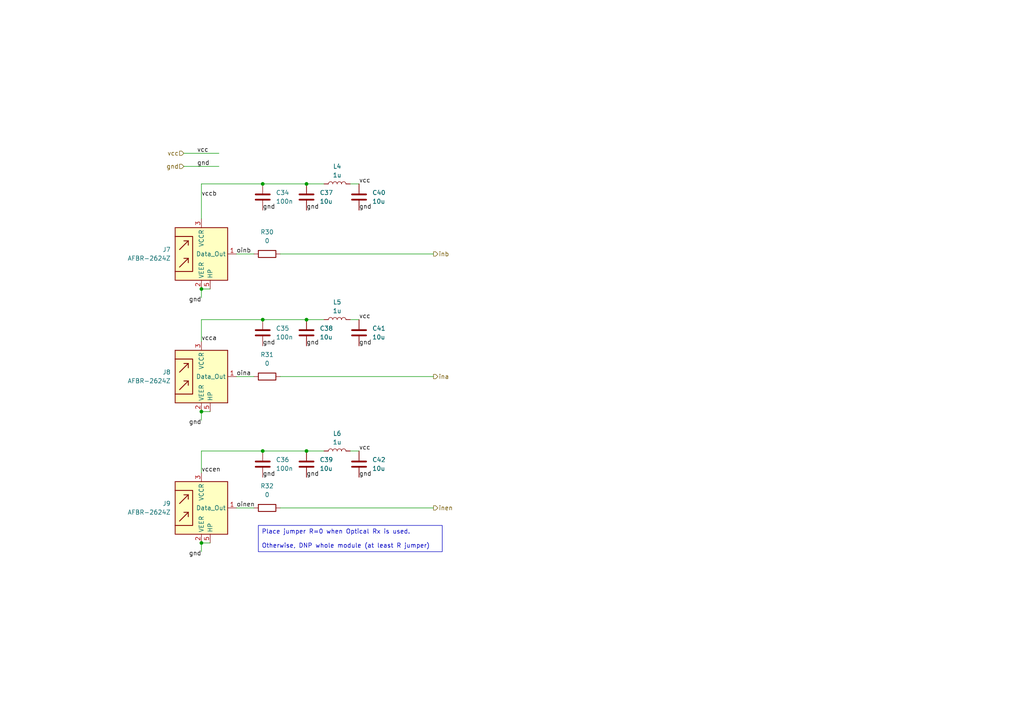
<source format=kicad_sch>
(kicad_sch (version 20231120) (generator "eeschema") (generator_version "8.0")
  (paper "A4")
  (title_block (title "Optical reciver x3") (rev "1") (company "Dr.-Ing. Alan H. Wilson Veas") (comment 1 "AHWV"))
  (lib_symbols
    (symbol "HalfBridge_SiC:AFBR-2624Z"
      (property "Reference" "J" (at -6.35 8.89 0))
      (property "Value" "AFBR-2624Z" (at 1.27 8.89 0))
      (symbol "AFBR-2624Z_0_1"
        (rectangle (start -7.62 7.62) (end 7.62 -7.62) (stroke (width 0.254)) (fill (type background)))
        (polyline (pts (xy -3.81 -1.27) (xy -6.35 -3.81)) (stroke (width 0.254)))
        (polyline (pts (xy -3.81 -1.27) (xy -5.08 -1.27)) (stroke (width 0.254)))
        (polyline (pts (xy -3.81 -1.27) (xy -3.81 -2.54)) (stroke (width 0.254)))
        (polyline (pts (xy -3.81 3.81) (xy -6.35 1.27)) (stroke (width 0.254)))
        (polyline (pts (xy -3.81 3.81) (xy -5.08 3.81)) (stroke (width 0.254)))
        (polyline (pts (xy -3.81 3.81) (xy -3.81 2.54)) (stroke (width 0.254)))
        (polyline (pts (xy -7.62 5.08) (xy -2.54 5.08) (xy -2.54 -5.08) (xy -7.62 -5.08)) (stroke (width 0.254)))
      )
      (symbol "AFBR-2624Z_1_1"
        (pin output line (at 10.16 0 180) (length 2.54) (name "Data_Out") (number "1"))
        (pin power_in line (at 0 -10.16 90) (length 2.54) (name "VEER") (number "2"))
        (pin power_in line (at 0 10.16 270) (length 2.54) (name "VCCR") (number "3"))
        (pin no_connect line (at 7.62 5.08 180) (length 2.54) hide (name "NC") (number "4"))
        (pin passive line (at 2.54 -10.16 90) (length 2.54) (name "HP") (number "5"))
        (pin passive line (at 2.54 -10.16 90) (length 2.54) hide (name "HP") (number "8"))
      )
    )
    (symbol "HalfBridge_SiC:C" (pin_numbers hide) (pin_names (offset 0.254))
      (property "Reference" "C" (at 0.635 2.54 0))
      (property "Value" "C" (at 0.635 -2.54 0))
      (symbol "C_0_1"
        (polyline (pts (xy -2.032 -0.762) (xy 2.032 -0.762)) (stroke (width 0.508)))
        (polyline (pts (xy -2.032 0.762) (xy 2.032 0.762)) (stroke (width 0.508)))
      )
      (symbol "C_1_1"
        (pin passive line (at 0 3.81 270) (length 2.794) (name "~") (number "1"))
        (pin passive line (at 0 -3.81 90) (length 2.794) (name "~") (number "2"))
      )
    )
    (symbol "HalfBridge_SiC:L" (pin_numbers hide) (pin_names (offset 1.016) hide)
      (property "Reference" "L" (at -1.27 0 90))
      (property "Value" "L" (at 1.905 0 90))
      (symbol "L_0_1"
        (arc (start 0 -2.54) (mid 0.6323 -1.905) (end 0 -1.27))
        (arc (start 0 -1.27) (mid 0.6323 -0.635) (end 0 0))
        (arc (start 0 0) (mid 0.6323 0.635) (end 0 1.27))
        (arc (start 0 1.27) (mid 0.6323 1.905) (end 0 2.54))
      )
      (symbol "L_1_1"
        (pin passive line (at 0 3.81 270) (length 1.27) (name "1") (number "1"))
        (pin passive line (at 0 -3.81 90) (length 1.27) (name "2") (number "2"))
      )
    )
    (symbol "HalfBridge_SiC:R" (pin_numbers hide) (pin_names (offset 0))
      (property "Reference" "R" (at 2.032 0 90))
      (property "Value" "R" (at 0 0 90))
      (symbol "R_0_1"
        (rectangle (start -1.016 -2.54) (end 1.016 2.54) (stroke (width 0.254)))
      )
      (symbol "R_1_1"
        (pin passive line (at 0 3.81 270) (length 1.27) (name "~") (number "1"))
        (pin passive line (at 0 -3.81 90) (length 1.27) (name "~") (number "2"))
      )
    )
  )
  (junction (at 76.2 130.81))
  (junction (at 76.2 53.34))
  (junction (at 88.9 53.34))
  (junction (at 58.42 157.48))
  (junction (at 76.2 92.71))
  (junction (at 88.9 130.81))
  (junction (at 88.9 92.71))
  (junction (at 58.42 119.38))
  (junction (at 58.42 83.82))
  (wire (pts (xy 101.6 53.34) (xy 104.14 53.34)))
  (wire (pts (xy 58.42 99.06) (xy 58.42 92.71)))
  (wire (pts (xy 68.58 109.22) (xy 73.66 109.22)))
  (wire (pts (xy 58.42 83.82) (xy 60.96 83.82)))
  (wire (pts (xy 76.2 130.81) (xy 88.9 130.81)))
  (wire (pts (xy 58.42 83.82) (xy 58.42 86.36)))
  (wire (pts (xy 53.34 48.26) (xy 63.5 48.26)))
  (wire (pts (xy 101.6 92.71) (xy 104.14 92.71)))
  (wire (pts (xy 68.58 73.66) (xy 73.66 73.66)))
  (wire (pts (xy 88.9 130.81) (xy 93.98 130.81)))
  (wire (pts (xy 58.42 157.48) (xy 58.42 160.02)))
  (wire (pts (xy 68.58 147.32) (xy 73.66 147.32)))
  (wire (pts (xy 58.42 130.81) (xy 76.2 130.81)))
  (wire (pts (xy 58.42 157.48) (xy 60.96 157.48)))
  (wire (pts (xy 81.28 73.66) (xy 125.73 73.66)))
  (wire (pts (xy 81.28 147.32) (xy 125.73 147.32)))
  (wire (pts (xy 76.2 53.34) (xy 88.9 53.34)))
  (wire (pts (xy 58.42 137.16) (xy 58.42 130.81)))
  (wire (pts (xy 101.6 130.81) (xy 104.14 130.81)))
  (wire (pts (xy 81.28 109.22) (xy 125.73 109.22)))
  (wire (pts (xy 58.42 119.38) (xy 58.42 121.92)))
  (wire (pts (xy 53.34 44.45) (xy 63.5 44.45)))
  (wire (pts (xy 58.42 119.38) (xy 60.96 119.38)))
  (wire (pts (xy 58.42 92.71) (xy 76.2 92.71)))
  (wire (pts (xy 58.42 53.34) (xy 58.42 63.5)))
  (wire (pts (xy 88.9 53.34) (xy 93.98 53.34)))
  (wire (pts (xy 76.2 92.71) (xy 88.9 92.71)))
  (wire (pts (xy 88.9 92.71) (xy 93.98 92.71)))
  (wire (pts (xy 58.42 53.34) (xy 76.2 53.34)))
  (text_box "Place jumper R=0 when Optical Rx is used.\n\nOtherwise, DNP whole module (at least R jumper)" (at 74.93 152.4 0) (size 53.34 7.62) (effects (font (size 1.27 1.27)) (justify left top)))
  (label "gnd" (at 57.15 48.26 0))
  (label "gnd" (at 58.42 86.36 180))
  (label "oina" (at 68.58 109.22 0))
  (label "vccen" (at 58.42 137.16 0))
  (label "gnd" (at 58.42 160.02 180))
  (label "gnd" (at 76.2 60.96 0))
  (label "vcc" (at 104.14 130.81 0))
  (label "gnd" (at 104.14 100.33 0))
  (label "gnd" (at 104.14 138.43 0))
  (label "gnd" (at 76.2 138.43 0))
  (label "gnd" (at 58.42 121.92 180))
  (label "oinen" (at 68.58 147.32 0))
  (label "gnd" (at 104.14 60.96 0))
  (label "vcc" (at 104.14 53.34 0))
  (label "gnd" (at 88.9 100.33 0))
  (label "gnd" (at 88.9 138.43 0))
  (label "oinb" (at 68.58 73.66 0))
  (label "gnd" (at 88.9 60.96 0))
  (label "vccb" (at 58.42 57.15 0))
  (label "vcc" (at 57.15 44.45 0))
  (label "vcc" (at 104.14 92.71 0))
  (label "vcca" (at 58.42 99.06 0))
  (label "gnd" (at 76.2 100.33 0))
  (hierarchical_label "gnd" (shape input) (at 53.34 48.26 180))
  (hierarchical_label "inb" (shape output) (at 125.73 73.66 0))
  (hierarchical_label "inen" (shape output) (at 125.73 147.32 0))
  (hierarchical_label "ina" (shape output) (at 125.73 109.22 0))
  (hierarchical_label "vcc" (shape input) (at 53.34 44.45 180))
  (symbol (lib_id "HalfBridge_SiC:C") (at 88.9 96.52 0) (unit 1)
    (property "Reference" "C38" (at 92.71 95.2499 0) (effects (justify left)))
    (property "Value" "10u" (at 92.71 97.7899 0) (effects (justify left)))
    (property "Footprint" "Capacitor_SMD:C_0805_2012Metric_Pad1.18x1.45mm_HandSolder" (effects (hide yes)))
    (property "Description" "Unpolarized capacitor" (effects (hide yes)))
    (property "Part #" "GRM21BR61H106KE43L" (effects (hide yes)))
  )
  (symbol (lib_id "HalfBridge_SiC:L") (at 97.79 53.34 90) (unit 1)
    (property "Reference" "L4" (at 97.79 48.26 90))
    (property "Value" "1u" (at 97.79 50.8 90))
    (property "Footprint" "Inductor_SMD:L_0603_1608Metric_Pad1.05x0.95mm_HandSolder" (effects (hide yes)))
    (property "Description" "Inductor" (effects (hide yes)))
  )
  (symbol (lib_id "HalfBridge_SiC:C") (at 104.14 57.15 0) (unit 1)
    (property "Reference" "C40" (at 107.95 55.8799 0) (effects (justify left)))
    (property "Value" "10u" (at 107.95 58.4199 0) (effects (justify left)))
    (property "Footprint" "Capacitor_SMD:C_0805_2012Metric_Pad1.18x1.45mm_HandSolder" (effects (hide yes)))
    (property "Description" "Unpolarized capacitor" (effects (hide yes)))
    (property "Part #" "GRM21BR61H106KE43L" (effects (hide yes)))
  )
  (symbol (lib_id "HalfBridge_SiC:C") (at 104.14 134.62 0) (unit 1)
    (property "Reference" "C42" (at 107.95 133.3499 0) (effects (justify left)))
    (property "Value" "10u" (at 107.95 135.8899 0) (effects (justify left)))
    (property "Footprint" "Capacitor_SMD:C_0805_2012Metric_Pad1.18x1.45mm_HandSolder" (effects (hide yes)))
    (property "Description" "Unpolarized capacitor" (effects (hide yes)))
    (property "Part #" "GRM21BR61H106KE43L" (effects (hide yes)))
  )
  (symbol (lib_id "HalfBridge_SiC:C") (at 88.9 57.15 0) (unit 1)
    (property "Reference" "C37" (at 92.71 55.8799 0) (effects (justify left)))
    (property "Value" "10u" (at 92.71 58.4199 0) (effects (justify left)))
    (property "Footprint" "Capacitor_SMD:C_0805_2012Metric_Pad1.18x1.45mm_HandSolder" (effects (hide yes)))
    (property "Description" "Unpolarized capacitor" (effects (hide yes)))
    (property "Part #" "GRM21BR61H106KE43L" (effects (hide yes)))
  )
  (symbol (lib_id "HalfBridge_SiC:R") (at 77.47 73.66 270) (unit 1)
    (property "Reference" "R30" (at 77.47 67.31 90))
    (property "Value" "0" (at 77.47 69.85 90))
    (property "Footprint" "Resistor_SMD:R_0603_1608Metric_Pad0.98x0.95mm_HandSolder" (effects (hide yes)))
    (property "Description" "Resistor" (effects (hide yes)))
  )
  (symbol (lib_id "HalfBridge_SiC:R") (at 77.47 109.22 270) (unit 1)
    (property "Reference" "R31" (at 77.47 102.87 90))
    (property "Value" "0" (at 77.47 105.41 90))
    (property "Footprint" "Resistor_SMD:R_0603_1608Metric_Pad0.98x0.95mm_HandSolder" (effects (hide yes)))
    (property "Description" "Resistor" (effects (hide yes)))
  )
  (symbol (lib_id "HalfBridge_SiC:R") (at 77.47 147.32 270) (unit 1)
    (property "Reference" "R32" (at 77.47 140.97 90))
    (property "Value" "0" (at 77.47 143.51 90))
    (property "Footprint" "Resistor_SMD:R_0603_1608Metric_Pad0.98x0.95mm_HandSolder" (effects (hide yes)))
    (property "Description" "Resistor" (effects (hide yes)))
  )
  (symbol (lib_id "HalfBridge_SiC:C") (at 76.2 134.62 0) (unit 1)
    (property "Reference" "C36" (at 80.01 133.3499 0) (effects (justify left)))
    (property "Value" "100n" (at 80.01 135.8899 0) (effects (justify left)))
    (property "Footprint" "Capacitor_SMD:C_0603_1608Metric_Pad1.08x0.95mm_HandSolder" (effects (hide yes)))
    (property "Description" "Unpolarized capacitor" (effects (hide yes)))
    (property "Part #" "UMK107BJ104KAHT" (effects (hide yes)))
  )
  (symbol (lib_id "HalfBridge_SiC:C") (at 76.2 57.15 0) (unit 1)
    (property "Reference" "C34" (at 80.01 55.8799 0) (effects (justify left)))
    (property "Value" "100n" (at 80.01 58.4199 0) (effects (justify left)))
    (property "Footprint" "Capacitor_SMD:C_0603_1608Metric_Pad1.08x0.95mm_HandSolder" (effects (hide yes)))
    (property "Description" "Unpolarized capacitor" (effects (hide yes)))
    (property "Part #" "UMK107BJ104KAHT" (effects (hide yes)))
  )
  (symbol (lib_id "HalfBridge_SiC:C") (at 104.14 96.52 0) (unit 1)
    (property "Reference" "C41" (at 107.95 95.2499 0) (effects (justify left)))
    (property "Value" "10u" (at 107.95 97.7899 0) (effects (justify left)))
    (property "Footprint" "Capacitor_SMD:C_0805_2012Metric_Pad1.18x1.45mm_HandSolder" (effects (hide yes)))
    (property "Description" "Unpolarized capacitor" (effects (hide yes)))
    (property "Part #" "GRM21BR61H106KE43L" (effects (hide yes)))
  )
  (symbol (lib_id "HalfBridge_SiC:C") (at 88.9 134.62 0) (unit 1)
    (property "Reference" "C39" (at 92.71 133.3499 0) (effects (justify left)))
    (property "Value" "10u" (at 92.71 135.8899 0) (effects (justify left)))
    (property "Footprint" "Capacitor_SMD:C_0805_2012Metric_Pad1.18x1.45mm_HandSolder" (effects (hide yes)))
    (property "Description" "Unpolarized capacitor" (effects (hide yes)))
    (property "Part #" "GRM21BR61H106KE43L" (effects (hide yes)))
  )
  (symbol (lib_id "HalfBridge_SiC:AFBR-2624Z") (at 58.42 109.22 0) (unit 1)
    (property "Reference" "J8" (at 49.53 107.9499 0) (effects (justify right)))
    (property "Value" "AFBR-2624Z" (at 49.53 110.4899 0) (effects (justify right)))
    (property "Footprint" "OptoDevice:Broadcom_AFBR-16xxZ_Horizontal" (effects (hide yes)))
    (property "Datasheet" "https://docs.broadcom.com/docs/AV02-4369EN" (effects (hide yes)))
    (property "Description" "Versatile Link Fiber Optic Receiver" (effects (hide yes)))
    (property "Part #" "AFBR-2624Z" (effects (hide yes)))
  )
  (symbol (lib_id "HalfBridge_SiC:AFBR-2624Z") (at 58.42 147.32 0) (unit 1)
    (property "Reference" "J9" (at 49.53 146.0499 0) (effects (justify right)))
    (property "Value" "AFBR-2624Z" (at 49.53 148.5899 0) (effects (justify right)))
    (property "Footprint" "OptoDevice:Broadcom_AFBR-16xxZ_Horizontal" (effects (hide yes)))
    (property "Datasheet" "https://docs.broadcom.com/docs/AV02-4369EN" (effects (hide yes)))
    (property "Description" "Versatile Link Fiber Optic Receiver" (effects (hide yes)))
    (property "Part #" "AFBR-2624Z" (effects (hide yes)))
  )
  (symbol (lib_id "HalfBridge_SiC:L") (at 97.79 92.71 90) (unit 1)
    (property "Reference" "L5" (at 97.79 87.63 90))
    (property "Value" "1u" (at 97.79 90.17 90))
    (property "Footprint" "Inductor_SMD:L_0603_1608Metric_Pad1.05x0.95mm_HandSolder" (effects (hide yes)))
    (property "Description" "Inductor" (effects (hide yes)))
  )
  (symbol (lib_id "HalfBridge_SiC:L") (at 97.79 130.81 90) (unit 1)
    (property "Reference" "L6" (at 97.79 125.73 90))
    (property "Value" "1u" (at 97.79 128.27 90))
    (property "Footprint" "Inductor_SMD:L_0603_1608Metric_Pad1.05x0.95mm_HandSolder" (effects (hide yes)))
    (property "Description" "Inductor" (effects (hide yes)))
  )
  (symbol (lib_id "HalfBridge_SiC:C") (at 76.2 96.52 0) (unit 1)
    (property "Reference" "C35" (at 80.01 95.2499 0) (effects (justify left)))
    (property "Value" "100n" (at 80.01 97.7899 0) (effects (justify left)))
    (property "Footprint" "Capacitor_SMD:C_0603_1608Metric_Pad1.08x0.95mm_HandSolder" (effects (hide yes)))
    (property "Description" "Unpolarized capacitor" (effects (hide yes)))
    (property "Part #" "UMK107BJ104KAHT" (effects (hide yes)))
  )
  (symbol (lib_id "HalfBridge_SiC:AFBR-2624Z") (at 58.42 73.66 0) (unit 1)
    (property "Reference" "J7" (at 49.53 72.3899 0) (effects (justify right)))
    (property "Value" "AFBR-2624Z" (at 49.53 74.9299 0) (effects (justify right)))
    (property "Footprint" "OptoDevice:Broadcom_AFBR-16xxZ_Horizontal" (effects (hide yes)))
    (property "Datasheet" "https://docs.broadcom.com/docs/AV02-4369EN" (effects (hide yes)))
    (property "Description" "Versatile Link Fiber Optic Receiver" (effects (hide yes)))
    (property "Part #" "AFBR-2624Z" (effects (hide yes)))
  )
)
</source>
